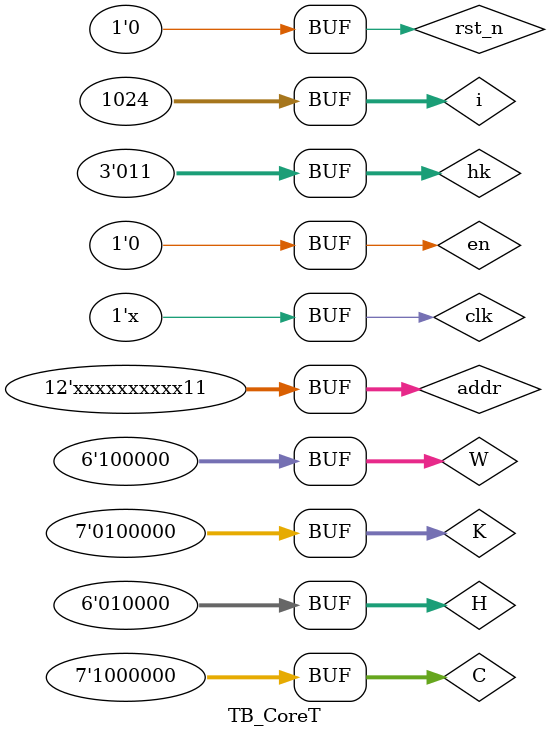
<source format=v>
`timescale 1ns / 1ps

module TB_CoreT();
    reg clk;
    reg rst_n;
    reg en;
    reg [11: 0] addr;
    wire OUTPUT;
    integer i;
    reg [5: 0] H, W;
    reg [2: 0] hk;
    reg [6: 0] C, K;
    CoreT CTest(clk, rst_n, en, addr, OUTPUT, H, W, C, K, hk);
    
    initial begin
        clk = 0;
        rst_n = 1;
        en <= 1;
        addr <= 12'b000000000000;
        H <= 16;
        W <= 32;
        hk <= 3;
        C <= 64;
        K <= 32;
        
        #1 rst_n = 0;
        
        #1179662 en<=0;
        
        #10 addr <= 12'b0000000000001;
        
        #20 addr <= 12'b0000000000011;
        
        for ( i = 0; i < 1024; i = i + 1 ) begin
            #4 addr[11: 2] <= addr[11: 2] + 1;
        end
     end
    
    always #1 clk <= ~clk;
    
    initial begin
        $monitor("%h",OUTPUT);
    end
    
endmodule

</source>
